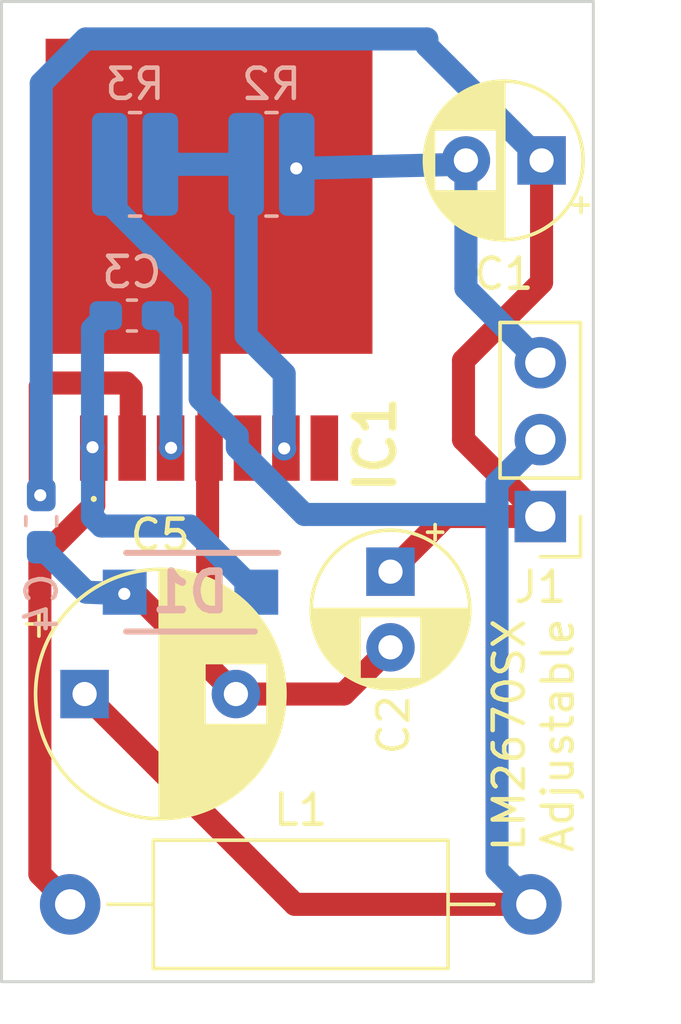
<source format=kicad_pcb>
(kicad_pcb (version 20240108) (generator "pcbnew") (generator_version "8.0")
  (layers (0 "F.Cu" signal) (31 "B.Cu" signal) (34 "B.Paste" user) (35 "F.Paste" user) (36 "B.SilkS" user "B.Silkscreen") (37 "F.SilkS" user "F.Silkscreen") (38 "B.Mask" user) (39 "F.Mask" user) (44 "Edge.Cuts" user))
  (net 0 "")
  (net 1 "+VDC")
  (net 2 "GND")
  (net 3 "Net-(IC1-CBOOST{slash}CB)")
  (net 4 "Net-(IC1-SWITCH_OUTPUT)")
  (net 5 "Net-(J1-Pin_2)")
  (net 7 "Net-(IC1-FEEDBACK{slash}FB)")
  (footprint "Connector_PinHeader_2.54mm:PinHeader_1x03_P2.54mm_Vertical" (layer "F.Cu") (at 153.109449 101.617 180)
    (property "Reference" "J1" (at 0 -2.33 180) (layer "F.SilkS"))
    (property "Value" "Conn_01x03")
    (fp_line (start 1.33 1.27) (end 1.33 6.41) (stroke (width 0.12)) (layer "F.SilkS"))
    (fp_line (start -1.33 6.41) (end 1.33 6.41) (stroke (width 0.12)) (layer "F.SilkS"))
    (fp_line (start -1.33 1.27) (end 1.33 1.27) (stroke (width 0.12)) (layer "F.SilkS"))
    (fp_line (start -1.33 1.27) (end -1.33 6.41) (stroke (width 0.12)) (layer "F.SilkS"))
    (fp_line (start -1.33 0) (end -1.33 -1.33) (stroke (width 0.12)) (layer "F.SilkS"))
    (fp_line (start -1.33 -1.33) (end 0 -1.33) (stroke (width 0.12)) (layer "F.SilkS"))
    (pad "1" thru_hole rect (at 0 0 180) (size 1.7 1.7) (drill 1) (layers "*.Cu" "*.Mask") (net 1 "+VDC"))
    (pad "2" thru_hole oval (at 0 2.54 180) (size 1.7 1.7) (drill 1) (layers "*.Cu" "*.Mask") (net 5 "Net-(J1-Pin_2)"))
    (pad "3" thru_hole oval (at 0 5.08 180) (size 1.7 1.7) (drill 1) (layers "*.Cu" "*.Mask") (net 2 "GND"))
  )
  (footprint "Inductor_THT:L_Axial_L9.5mm_D4.0mm_P15.24mm_Horizontal_Fastron_SMCC" (layer "F.Cu") (at 137.571683 114.432376)
    (property "Reference" "L1" (at 7.62 -3.12 0) (layer "F.SilkS"))
    (property "Value" "33mH")
    (fp_line (start 1.24 0) (end 2.75 0) (stroke (width 0.12)) (layer "F.SilkS"))
    (fp_line (start 2.75 -2.12) (end 2.75 2.12) (stroke (width 0.12)) (layer "F.SilkS"))
    (fp_line (start 2.75 2.12) (end 12.49 2.12) (stroke (width 0.12)) (layer "F.SilkS"))
    (fp_line (start 12.49 -2.12) (end 2.75 -2.12) (stroke (width 0.12)) (layer "F.SilkS"))
    (fp_line (start 12.49 2.12) (end 12.49 -2.12) (stroke (width 0.12)) (layer "F.SilkS"))
    (fp_line (start 14 0) (end 12.49 0) (stroke (width 0.12)) (layer "F.SilkS"))
    (pad "1" thru_hole circle (at 0 0) (size 2 2) (drill 1) (layers "*.Cu" "*.Mask") (net 4 "Net-(IC1-SWITCH_OUTPUT)"))
    (pad "2" thru_hole oval (at 15.24 0) (size 2 2) (drill 1) (layers "*.Cu" "*.Mask") (net 5 "Net-(J1-Pin_2)"))
  )
  (footprint "Capacitor_THT:CP_Radial_D8.0mm_P5.00mm" (layer "F.Cu") (at 138.049386 107.482969)
    (property "Reference" "C5" (at 2.5 -5.25 0) (layer "F.SilkS"))
    (property "Value" "120uF")
    (fp_line (start -1.909698 -2.315) (end -1.109698 -2.315) (stroke (width 0.12)) (layer "F.SilkS"))
    (fp_line (start -1.509698 -2.715) (end -1.509698 -1.915) (stroke (width 0.12)) (layer "F.SilkS"))
    (fp_line (start 2.5 -4.08) (end 2.5 4.08) (stroke (width 0.12)) (layer "F.SilkS"))
    (fp_line (start 2.54 -4.08) (end 2.54 4.08) (stroke (width 0.12)) (layer "F.SilkS"))
    (fp_line (start 2.58 -4.08) (end 2.58 4.08) (stroke (width 0.12)) (layer "F.SilkS"))
    (fp_line (start 2.62 -4.079) (end 2.62 4.079) (stroke (width 0.12)) (layer "F.SilkS"))
    (fp_line (start 2.66 -4.077) (end 2.66 4.077) (stroke (width 0.12)) (layer "F.SilkS"))
    (fp_line (start 2.7 -4.076) (end 2.7 4.076) (stroke (width 0.12)) (layer "F.SilkS"))
    (fp_line (start 2.74 -4.074) (end 2.74 4.074) (stroke (width 0.12)) (layer "F.SilkS"))
    (fp_line (start 2.78 -4.071) (end 2.78 4.071) (stroke (width 0.12)) (layer "F.SilkS"))
    (fp_line (start 2.82 -4.068) (end 2.82 4.068) (stroke (width 0.12)) (layer "F.SilkS"))
    (fp_line (start 2.86 -4.065) (end 2.86 4.065) (stroke (width 0.12)) (layer "F.SilkS"))
    (fp_line (start 2.9 -4.061) (end 2.9 4.061) (stroke (width 0.12)) (layer "F.SilkS"))
    (fp_line (start 2.94 -4.057) (end 2.94 4.057) (stroke (width 0.12)) (layer "F.SilkS"))
    (fp_line (start 2.98 -4.052) (end 2.98 4.052) (stroke (width 0.12)) (layer "F.SilkS"))
    (fp_line (start 3.02 -4.048) (end 3.02 4.048) (stroke (width 0.12)) (layer "F.SilkS"))
    (fp_line (start 3.06 -4.042) (end 3.06 4.042) (stroke (width 0.12)) (layer "F.SilkS"))
    (fp_line (start 3.1 -4.037) (end 3.1 4.037) (stroke (width 0.12)) (layer "F.SilkS"))
    (fp_line (start 3.14 -4.03) (end 3.14 4.03) (stroke (width 0.12)) (layer "F.SilkS"))
    (fp_line (start 3.18 -4.024) (end 3.18 4.024) (stroke (width 0.12)) (layer "F.SilkS"))
    (fp_line (start 3.221 -4.017) (end 3.221 4.017) (stroke (width 0.12)) (layer "F.SilkS"))
    (fp_line (start 3.261 -4.01) (end 3.261 4.01) (stroke (width 0.12)) (layer "F.SilkS"))
    (fp_line (start 3.301 -4.002) (end 3.301 4.002) (stroke (width 0.12)) (layer "F.SilkS"))
    (fp_line (start 3.341 -3.994) (end 3.341 3.994) (stroke (width 0.12)) (layer "F.SilkS"))
    (fp_line (start 3.381 -3.985) (end 3.381 3.985) (stroke (width 0.12)) (layer "F.SilkS"))
    (fp_line (start 3.421 -3.976) (end 3.421 3.976) (stroke (width 0.12)) (layer "F.SilkS"))
    (fp_line (start 3.461 -3.967) (end 3.461 3.967) (stroke (width 0.12)) (layer "F.SilkS"))
    (fp_line (start 3.501 -3.957) (end 3.501 3.957) (stroke (width 0.12)) (layer "F.SilkS"))
    (fp_line (start 3.541 -3.947) (end 3.541 3.947) (stroke (width 0.12)) (layer "F.SilkS"))
    (fp_line (start 3.581 -3.936) (end 3.581 3.936) (stroke (width 0.12)) (layer "F.SilkS"))
    (fp_line (start 3.621 -3.925) (end 3.621 3.925) (stroke (width 0.12)) (layer "F.SilkS"))
    (fp_line (start 3.661 -3.914) (end 3.661 3.914) (stroke (width 0.12)) (layer "F.SilkS"))
    (fp_line (start 3.701 -3.902) (end 3.701 3.902) (stroke (width 0.12)) (layer "F.SilkS"))
    (fp_line (start 3.741 -3.889) (end 3.741 3.889) (stroke (width 0.12)) (layer "F.SilkS"))
    (fp_line (start 3.781 -3.877) (end 3.781 3.877) (stroke (width 0.12)) (layer "F.SilkS"))
    (fp_line (start 3.821 -3.863) (end 3.821 3.863) (stroke (width 0.12)) (layer "F.SilkS"))
    (fp_line (start 3.861 -3.85) (end 3.861 3.85) (stroke (width 0.12)) (layer "F.SilkS"))
    (fp_line (start 3.901 -3.835) (end 3.901 3.835) (stroke (width 0.12)) (layer "F.SilkS"))
    (fp_line (start 3.941 -3.821) (end 3.941 3.821) (stroke (width 0.12)) (layer "F.SilkS"))
    (fp_line (start 3.981 -3.805) (end 3.981 -1.04) (stroke (width 0.12)) (layer "F.SilkS"))
    (fp_line (start 3.981 1.04) (end 3.981 3.805) (stroke (width 0.12)) (layer "F.SilkS"))
    (fp_line (start 4.021 -3.79) (end 4.021 -1.04) (stroke (width 0.12)) (layer "F.SilkS"))
    (fp_line (start 4.021 1.04) (end 4.021 3.79) (stroke (width 0.12)) (layer "F.SilkS"))
    (fp_line (start 4.061 -3.774) (end 4.061 -1.04) (stroke (width 0.12)) (layer "F.SilkS"))
    (fp_line (start 4.061 1.04) (end 4.061 3.774) (stroke (width 0.12)) (layer "F.SilkS"))
    (fp_line (start 4.101 -3.757) (end 4.101 -1.04) (stroke (width 0.12)) (layer "F.SilkS"))
    (fp_line (start 4.101 1.04) (end 4.101 3.757) (stroke (width 0.12)) (layer "F.SilkS"))
    (fp_line (start 4.141 -3.74) (end 4.141 -1.04) (stroke (width 0.12)) (layer "F.SilkS"))
    (fp_line (start 4.141 1.04) (end 4.141 3.74) (stroke (width 0.12)) (layer "F.SilkS"))
    (fp_line (start 4.181 -3.722) (end 4.181 -1.04) (stroke (width 0.12)) (layer "F.SilkS"))
    (fp_line (start 4.181 1.04) (end 4.181 3.722) (stroke (width 0.12)) (layer "F.SilkS"))
    (fp_line (start 4.221 -3.704) (end 4.221 -1.04) (stroke (width 0.12)) (layer "F.SilkS"))
    (fp_line (start 4.221 1.04) (end 4.221 3.704) (stroke (width 0.12)) (layer "F.SilkS"))
    (fp_line (start 4.261 -3.686) (end 4.261 -1.04) (stroke (width 0.12)) (layer "F.SilkS"))
    (fp_line (start 4.261 1.04) (end 4.261 3.686) (stroke (width 0.12)) (layer "F.SilkS"))
    (fp_line (start 4.301 -3.666) (end 4.301 -1.04) (stroke (width 0.12)) (layer "F.SilkS"))
    (fp_line (start 4.301 1.04) (end 4.301 3.666) (stroke (width 0.12)) (layer "F.SilkS"))
    (fp_line (start 4.341 -3.647) (end 4.341 -1.04) (stroke (width 0.12)) (layer "F.SilkS"))
    (fp_line (start 4.341 1.04) (end 4.341 3.647) (stroke (width 0.12)) (layer "F.SilkS"))
    (fp_line (start 4.381 -3.627) (end 4.381 -1.04) (stroke (width 0.12)) (layer "F.SilkS"))
    (fp_line (start 4.381 1.04) (end 4.381 3.627) (stroke (width 0.12)) (layer "F.SilkS"))
    (fp_line (start 4.421 -3.606) (end 4.421 -1.04) (stroke (width 0.12)) (layer "F.SilkS"))
    (fp_line (start 4.421 1.04) (end 4.421 3.606) (stroke (width 0.12)) (layer "F.SilkS"))
    (fp_line (start 4.461 -3.584) (end 4.461 -1.04) (stroke (width 0.12)) (layer "F.SilkS"))
    (fp_line (start 4.461 1.04) (end 4.461 3.584) (stroke (width 0.12)) (layer "F.SilkS"))
    (fp_line (start 4.501 -3.562) (end 4.501 -1.04) (stroke (width 0.12)) (layer "F.SilkS"))
    (fp_line (start 4.501 1.04) (end 4.501 3.562) (stroke (width 0.12)) (layer "F.SilkS"))
    (fp_line (start 4.541 -3.54) (end 4.541 -1.04) (stroke (width 0.12)) (layer "F.SilkS"))
    (fp_line (start 4.541 1.04) (end 4.541 3.54) (stroke (width 0.12)) (layer "F.SilkS"))
    (fp_line (start 4.581 -3.517) (end 4.581 -1.04) (stroke (width 0.12)) (layer "F.SilkS"))
    (fp_line (start 4.581 1.04) (end 4.581 3.517) (stroke (width 0.12)) (layer "F.SilkS"))
    (fp_line (start 4.621 -3.493) (end 4.621 -1.04) (stroke (width 0.12)) (layer "F.SilkS"))
    (fp_line (start 4.621 1.04) (end 4.621 3.493) (stroke (width 0.12)) (layer "F.SilkS"))
    (fp_line (start 4.661 -3.469) (end 4.661 -1.04) (stroke (width 0.12)) (layer "F.SilkS"))
    (fp_line (start 4.661 1.04) (end 4.661 3.469) (stroke (width 0.12)) (layer "F.SilkS"))
    (fp_line (start 4.701 -3.444) (end 4.701 -1.04) (stroke (width 0.12)) (layer "F.SilkS"))
    (fp_line (start 4.701 1.04) (end 4.701 3.444) (stroke (width 0.12)) (layer "F.SilkS"))
    (fp_line (start 4.741 -3.418) (end 4.741 -1.04) (stroke (width 0.12)) (layer "F.SilkS"))
    (fp_line (start 4.741 1.04) (end 4.741 3.418) (stroke (width 0.12)) (layer "F.SilkS"))
    (fp_line (start 4.781 -3.392) (end 4.781 -1.04) (stroke (width 0.12)) (layer "F.SilkS"))
    (fp_line (start 4.781 1.04) (end 4.781 3.392) (stroke (width 0.12)) (layer "F.SilkS"))
    (fp_line (start 4.821 -3.365) (end 4.821 -1.04) (stroke (width 0.12)) (layer "F.SilkS"))
    (fp_line (start 4.821 1.04) (end 4.821 3.365) (stroke (width 0.12)) (layer "F.SilkS"))
    (fp_line (start 4.861 -3.338) (end 4.861 -1.04) (stroke (width 0.12)) (layer "F.SilkS"))
    (fp_line (start 4.861 1.04) (end 4.861 3.338) (stroke (width 0.12)) (layer "F.SilkS"))
    (fp_line (start 4.901 -3.309) (end 4.901 -1.04) (stroke (width 0.12)) (layer "F.SilkS"))
    (fp_line (start 4.901 1.04) (end 4.901 3.309) (stroke (width 0.12)) (layer "F.SilkS"))
    (fp_line (start 4.941 -3.28) (end 4.941 -1.04) (stroke (width 0.12)) (layer "F.SilkS"))
    (fp_line (start 4.941 1.04) (end 4.941 3.28) (stroke (width 0.12)) (layer "F.SilkS"))
    (fp_line (start 4.981 -3.25) (end 4.981 -1.04) (stroke (width 0.12)) (layer "F.SilkS"))
    (fp_line (start 4.981 1.04) (end 4.981 3.25) (stroke (width 0.12)) (layer "F.SilkS"))
    (fp_line (start 5.021 -3.22) (end 5.021 -1.04) (stroke (width 0.12)) (layer "F.SilkS"))
    (fp_line (start 5.021 1.04) (end 5.021 3.22) (stroke (width 0.12)) (layer "F.SilkS"))
    (fp_line (start 5.061 -3.189) (end 5.061 -1.04) (stroke (width 0.12)) (layer "F.SilkS"))
    (fp_line (start 5.061 1.04) (end 5.061 3.189) (stroke (width 0.12)) (layer "F.SilkS"))
    (fp_line (start 5.101 -3.156) (end 5.101 -1.04) (stroke (width 0.12)) (layer "F.SilkS"))
    (fp_line (start 5.101 1.04) (end 5.101 3.156) (stroke (width 0.12)) (layer "F.SilkS"))
    (fp_line (start 5.141 -3.124) (end 5.141 -1.04) (stroke (width 0.12)) (layer "F.SilkS"))
    (fp_line (start 5.141 1.04) (end 5.141 3.124) (stroke (width 0.12)) (layer "F.SilkS"))
    (fp_line (start 5.181 -3.09) (end 5.181 -1.04) (stroke (width 0.12)) (layer "F.SilkS"))
    (fp_line (start 5.181 1.04) (end 5.181 3.09) (stroke (width 0.12)) (layer "F.SilkS"))
    (fp_line (start 5.221 -3.055) (end 5.221 -1.04) (stroke (width 0.12)) (layer "F.SilkS"))
    (fp_line (start 5.221 1.04) (end 5.221 3.055) (stroke (width 0.12)) (layer "F.SilkS"))
    (fp_line (start 5.261 -3.019) (end 5.261 -1.04) (stroke (width 0.12)) (layer "F.SilkS"))
    (fp_line (start 5.261 1.04) (end 5.261 3.019) (stroke (width 0.12)) (layer "F.SilkS"))
    (fp_line (start 5.301 -2.983) (end 5.301 -1.04) (stroke (width 0.12)) (layer "F.SilkS"))
    (fp_line (start 5.301 1.04) (end 5.301 2.983) (stroke (width 0.12)) (layer "F.SilkS"))
    (fp_line (start 5.341 -2.945) (end 5.341 -1.04) (stroke (width 0.12)) (layer "F.SilkS"))
    (fp_line (start 5.341 1.04) (end 5.341 2.945) (stroke (width 0.12)) (layer "F.SilkS"))
    (fp_line (start 5.381 -2.907) (end 5.381 -1.04) (stroke (width 0.12)) (layer "F.SilkS"))
    (fp_line (start 5.381 1.04) (end 5.381 2.907) (stroke (width 0.12)) (layer "F.SilkS"))
    (fp_line (start 5.421 -2.867) (end 5.421 -1.04) (stroke (width 0.12)) (layer "F.SilkS"))
    (fp_line (start 5.421 1.04) (end 5.421 2.867) (stroke (width 0.12)) (layer "F.SilkS"))
    (fp_line (start 5.461 -2.826) (end 5.461 -1.04) (stroke (width 0.12)) (layer "F.SilkS"))
    (fp_line (start 5.461 1.04) (end 5.461 2.826) (stroke (width 0.12)) (layer "F.SilkS"))
    (fp_line (start 5.501 -2.784) (end 5.501 -1.04) (stroke (width 0.12)) (layer "F.SilkS"))
    (fp_line (start 5.501 1.04) (end 5.501 2.784) (stroke (width 0.12)) (layer "F.SilkS"))
    (fp_line (start 5.541 -2.741) (end 5.541 -1.04) (stroke (width 0.12)) (layer "F.SilkS"))
    (fp_line (start 5.541 1.04) (end 5.541 2.741) (stroke (width 0.12)) (layer "F.SilkS"))
    (fp_line (start 5.581 -2.697) (end 5.581 -1.04) (stroke (width 0.12)) (layer "F.SilkS"))
    (fp_line (start 5.581 1.04) (end 5.581 2.697) (stroke (width 0.12)) (layer "F.SilkS"))
    (fp_line (start 5.621 -2.651) (end 5.621 -1.04) (stroke (width 0.12)) (layer "F.SilkS"))
    (fp_line (start 5.621 1.04) (end 5.621 2.651) (stroke (width 0.12)) (layer "F.SilkS"))
    (fp_line (start 5.661 -2.604) (end 5.661 -1.04) (stroke (width 0.12)) (layer "F.SilkS"))
    (fp_line (start 5.661 1.04) (end 5.661 2.604) (stroke (width 0.12)) (layer "F.SilkS"))
    (fp_line (start 5.701 -2.556) (end 5.701 -1.04) (stroke (width 0.12)) (layer "F.SilkS"))
    (fp_line (start 5.701 1.04) (end 5.701 2.556) (stroke (width 0.12)) (layer "F.SilkS"))
    (fp_line (start 5.741 -2.505) (end 5.741 -1.04) (stroke (width 0.12)) (layer "F.SilkS"))
    (fp_line (start 5.741 1.04) (end 5.741 2.505) (stroke (width 0.12)) (layer "F.SilkS"))
    (fp_line (start 5.781 -2.454) (end 5.781 -1.04) (stroke (width 0.12)) (layer "F.SilkS"))
    (fp_line (start 5.781 1.04) (end 5.781 2.454) (stroke (width 0.12)) (layer "F.SilkS"))
    (fp_line (start 5.821 -2.4) (end 5.821 -1.04) (stroke (width 0.12)) (layer "F.SilkS"))
    (fp_line (start 5.821 1.04) (end 5.821 2.4) (stroke (width 0.12)) (layer "F.SilkS"))
    (fp_line (start 5.861 -2.345) (end 5.861 -1.04) (stroke (width 0.12)) (layer "F.SilkS"))
    (fp_line (start 5.861 1.04) (end 5.861 2.345) (stroke (width 0.12)) (layer "F.SilkS"))
    (fp_line (start 5.901 -2.287) (end 5.901 -1.04) (stroke (width 0.12)) (layer "F.SilkS"))
    (fp_line (start 5.901 1.04) (end 5.901 2.287) (stroke (width 0.12)) (layer "F.SilkS"))
    (fp_line (start 5.941 -2.228) (end 5.941 -1.04) (stroke (width 0.12)) (layer "F.SilkS"))
    (fp_line (start 5.941 1.04) (end 5.941 2.228) (stroke (width 0.12)) (layer "F.SilkS"))
    (fp_line (start 5.981 -2.166) (end 5.981 -1.04) (stroke (width 0.12)) (layer "F.SilkS"))
    (fp_line (start 5.981 1.04) (end 5.981 2.166) (stroke (width 0.12)) (layer "F.SilkS"))
    (fp_line (start 6.021 -2.102) (end 6.021 -1.04) (stroke (width 0.12)) (layer "F.SilkS"))
    (fp_line (start 6.021 1.04) (end 6.021 2.102) (stroke (width 0.12)) (layer "F.SilkS"))
    (fp_line (start 6.061 -2.034) (end 6.061 2.034) (stroke (width 0.12)) (layer "F.SilkS"))
    (fp_line (start 6.101 -1.964) (end 6.101 1.964) (stroke (width 0.12)) (layer "F.SilkS"))
    (fp_line (start 6.141 -1.89) (end 6.141 1.89) (stroke (width 0.12)) (layer "F.SilkS"))
    (fp_line (start 6.181 -1.813) (end 6.181 1.813) (stroke (width 0.12)) (layer "F.SilkS"))
    (fp_line (start 6.221 -1.731) (end 6.221 1.731) (stroke (width 0.12)) (layer "F.SilkS"))
    (fp_line (start 6.261 -1.645) (end 6.261 1.645) (stroke (width 0.12)) (layer "F.SilkS"))
    (fp_line (start 6.301 -1.552) (end 6.301 1.552) (stroke (width 0.12)) (layer "F.SilkS"))
    (fp_line (start 6.341 -1.453) (end 6.341 1.453) (stroke (width 0.12)) (layer "F.SilkS"))
    (fp_line (start 6.381 -1.346) (end 6.381 1.346) (stroke (width 0.12)) (layer "F.SilkS"))
    (fp_line (start 6.421 -1.229) (end 6.421 1.229) (stroke (width 0.12)) (layer "F.SilkS"))
    (fp_line (start 6.461 -1.098) (end 6.461 1.098) (stroke (width 0.12)) (layer "F.SilkS"))
    (fp_line (start 6.501 -0.948) (end 6.501 0.948) (stroke (width 0.12)) (layer "F.SilkS"))
    (fp_line (start 6.541 -0.768) (end 6.541 0.768) (stroke (width 0.12)) (layer "F.SilkS"))
    (fp_line (start 6.581 -0.533) (end 6.581 0.533) (stroke (width 0.12)) (layer "F.SilkS"))
    (fp_circle (center 2.5 0) (end 6.62 0) (stroke (width 0.12)) (fill none) (layer "F.SilkS"))
    (pad "1" thru_hole rect (at 0 0) (size 1.6 1.6) (drill 0.8) (layers "*.Cu" "*.Mask") (net 5 "Net-(J1-Pin_2)"))
    (pad "2" thru_hole circle (at 5 0) (size 1.6 1.6) (drill 0.8) (layers "*.Cu" "*.Mask") (net 2 "GND"))
  )
  (footprint "Capacitor_THT:CP_Radial_D5.0mm_P2.50mm" (layer "F.Cu") (at 148.158263 103.439855 -90)
    (property "Reference" "C2" (at 5.063043 -0.099899 90) (layer "F.SilkS"))
    (property "Value" "15uF")
    (fp_line (start 1.49 1.04) (end 1.49 2.569) (stroke (width 0.12)) (layer "F.SilkS"))
    (fp_line (start 1.53 1.04) (end 1.53 2.565) (stroke (width 0.12)) (layer "F.SilkS"))
    (fp_line (start 1.57 1.04) (end 1.57 2.561) (stroke (width 0.12)) (layer "F.SilkS"))
    (fp_line (start 1.61 1.04) (end 1.61 2.556) (stroke (width 0.12)) (layer "F.SilkS"))
    (fp_line (start 1.65 1.04) (end 1.65 2.55) (stroke (width 0.12)) (layer "F.SilkS"))
    (fp_line (start 1.69 1.04) (end 1.69 2.543) (stroke (width 0.12)) (layer "F.SilkS"))
    (fp_line (start 1.73 1.04) (end 1.73 2.536) (stroke (width 0.12)) (layer "F.SilkS"))
    (fp_line (start 1.77 1.04) (end 1.77 2.528) (stroke (width 0.12)) (layer "F.SilkS"))
    (fp_line (start 1.81 1.04) (end 1.81 2.52) (stroke (width 0.12)) (layer "F.SilkS"))
    (fp_line (start 1.85 1.04) (end 1.85 2.511) (stroke (width 0.12)) (layer "F.SilkS"))
    (fp_line (start 1.89 1.04) (end 1.89 2.501) (stroke (width 0.12)) (layer "F.SilkS"))
    (fp_line (start 1.93 1.04) (end 1.93 2.491) (stroke (width 0.12)) (layer "F.SilkS"))
    (fp_line (start 1.971 1.04) (end 1.971 2.48) (stroke (width 0.12)) (layer "F.SilkS"))
    (fp_line (start 2.011 1.04) (end 2.011 2.468) (stroke (width 0.12)) (layer "F.SilkS"))
    (fp_line (start 2.051 1.04) (end 2.051 2.455) (stroke (width 0.12)) (layer "F.SilkS"))
    (fp_line (start 2.091 1.04) (end 2.091 2.442) (stroke (width 0.12)) (layer "F.SilkS"))
    (fp_line (start 2.131 1.04) (end 2.131 2.428) (stroke (width 0.12)) (layer "F.SilkS"))
    (fp_line (start 2.171 1.04) (end 2.171 2.414) (stroke (width 0.12)) (layer "F.SilkS"))
    (fp_line (start 2.211 1.04) (end 2.211 2.398) (stroke (width 0.12)) (layer "F.SilkS"))
    (fp_line (start 2.251 1.04) (end 2.251 2.382) (stroke (width 0.12)) (layer "F.SilkS"))
    (fp_line (start 2.291 1.04) (end 2.291 2.365) (stroke (width 0.12)) (layer "F.SilkS"))
    (fp_line (start 2.331 1.04) (end 2.331 2.348) (stroke (width 0.12)) (layer "F.SilkS"))
    (fp_line (start 2.371 1.04) (end 2.371 2.329) (stroke (width 0.12)) (layer "F.SilkS"))
    (fp_line (start 2.411 1.04) (end 2.411 2.31) (stroke (width 0.12)) (layer "F.SilkS"))
    (fp_line (start 2.451 1.04) (end 2.451 2.29) (stroke (width 0.12)) (layer "F.SilkS"))
    (fp_line (start 2.491 1.04) (end 2.491 2.268) (stroke (width 0.12)) (layer "F.SilkS"))
    (fp_line (start 2.531 1.04) (end 2.531 2.247) (stroke (width 0.12)) (layer "F.SilkS"))
    (fp_line (start 2.571 1.04) (end 2.571 2.224) (stroke (width 0.12)) (layer "F.SilkS"))
    (fp_line (start 2.611 1.04) (end 2.611 2.2) (stroke (width 0.12)) (layer "F.SilkS"))
    (fp_line (start 2.651 1.04) (end 2.651 2.175) (stroke (width 0.12)) (layer "F.SilkS"))
    (fp_line (start 2.691 1.04) (end 2.691 2.149) (stroke (width 0.12)) (layer "F.SilkS"))
    (fp_line (start 2.731 1.04) (end 2.731 2.122) (stroke (width 0.12)) (layer "F.SilkS"))
    (fp_line (start 2.771 1.04) (end 2.771 2.095) (stroke (width 0.12)) (layer "F.SilkS"))
    (fp_line (start 2.811 1.04) (end 2.811 2.065) (stroke (width 0.12)) (layer "F.SilkS"))
    (fp_line (start 2.851 1.04) (end 2.851 2.035) (stroke (width 0.12)) (layer "F.SilkS"))
    (fp_line (start 2.891 1.04) (end 2.891 2.004) (stroke (width 0.12)) (layer "F.SilkS"))
    (fp_line (start 2.931 1.04) (end 2.931 1.971) (stroke (width 0.12)) (layer "F.SilkS"))
    (fp_line (start 2.971 1.04) (end 2.971 1.937) (stroke (width 0.12)) (layer "F.SilkS"))
    (fp_line (start 3.011 1.04) (end 3.011 1.901) (stroke (width 0.12)) (layer "F.SilkS"))
    (fp_line (start 3.051 1.04) (end 3.051 1.864) (stroke (width 0.12)) (layer "F.SilkS"))
    (fp_line (start 3.091 1.04) (end 3.091 1.826) (stroke (width 0.12)) (layer "F.SilkS"))
    (fp_line (start 3.131 1.04) (end 3.131 1.785) (stroke (width 0.12)) (layer "F.SilkS"))
    (fp_line (start 3.171 1.04) (end 3.171 1.743) (stroke (width 0.12)) (layer "F.SilkS"))
    (fp_line (start 3.211 1.04) (end 3.211 1.699) (stroke (width 0.12)) (layer "F.SilkS"))
    (fp_line (start 3.251 1.04) (end 3.251 1.653) (stroke (width 0.12)) (layer "F.SilkS"))
    (fp_line (start 3.291 1.04) (end 3.291 1.605) (stroke (width 0.12)) (layer "F.SilkS"))
    (fp_line (start 3.331 1.04) (end 3.331 1.554) (stroke (width 0.12)) (layer "F.SilkS"))
    (fp_line (start 3.371 1.04) (end 3.371 1.5) (stroke (width 0.12)) (layer "F.SilkS"))
    (fp_line (start 3.411 1.04) (end 3.411 1.443) (stroke (width 0.12)) (layer "F.SilkS"))
    (fp_line (start 3.451 1.04) (end 3.451 1.383) (stroke (width 0.12)) (layer "F.SilkS"))
    (fp_line (start 3.491 1.04) (end 3.491 1.319) (stroke (width 0.12)) (layer "F.SilkS"))
    (fp_line (start 3.531 1.04) (end 3.531 1.251) (stroke (width 0.12)) (layer "F.SilkS"))
    (fp_line (start 3.851 -0.284) (end 3.851 0.284) (stroke (width 0.12)) (layer "F.SilkS"))
    (fp_line (start 3.811 -0.518) (end 3.811 0.518) (stroke (width 0.12)) (layer "F.SilkS"))
    (fp_line (start 3.771 -0.677) (end 3.771 0.677) (stroke (width 0.12)) (layer "F.SilkS"))
    (fp_line (start 3.731 -0.805) (end 3.731 0.805) (stroke (width 0.12)) (layer "F.SilkS"))
    (fp_line (start 3.691 -0.915) (end 3.691 0.915) (stroke (width 0.12)) (layer "F.SilkS"))
    (fp_line (start 3.651 -1.011) (end 3.651 1.011) (stroke (width 0.12)) (layer "F.SilkS"))
    (fp_line (start 3.611 -1.098) (end 3.611 1.098) (stroke (width 0.12)) (layer "F.SilkS"))
    (fp_line (start 3.571 -1.178) (end 3.571 1.178) (stroke (width 0.12)) (layer "F.SilkS"))
    (fp_line (start 3.531 -1.251) (end 3.531 -1.04) (stroke (width 0.12)) (layer "F.SilkS"))
    (fp_line (start 3.491 -1.319) (end 3.491 -1.04) (stroke (width 0.12)) (layer "F.SilkS"))
    (fp_line (start 3.451 -1.383) (end 3.451 -1.04) (stroke (width 0.12)) (layer "F.SilkS"))
    (fp_line (start 3.411 -1.443) (end 3.411 -1.04) (stroke (width 0.12)) (layer "F.SilkS"))
    (fp_line (start -1.554775 -1.475) (end -1.054775 -1.475) (stroke (width 0.12)) (layer "F.SilkS"))
    (fp_line (start 3.371 -1.5) (end 3.371 -1.04) (stroke (width 0.12)) (layer "F.SilkS"))
    (fp_line (start 3.331 -1.554) (end 3.331 -1.04) (stroke (width 0.12)) (layer "F.SilkS"))
    (fp_line (start 3.291 -1.605) (end 3.291 -1.04) (stroke (width 0.12)) (layer "F.SilkS"))
    (fp_line (start 3.251 -1.653) (end 3.251 -1.04) (stroke (width 0.12)) (layer "F.SilkS"))
    (fp_line (start 3.211 -1.699) (end 3.211 -1.04) (stroke (width 0.12)) (layer "F.SilkS"))
    (fp_line (start -1.304775 -1.725) (end -1.304775 -1.225) (stroke (width 0.12)) (layer "F.SilkS"))
    (fp_line (start 3.171 -1.743) (end 3.171 -1.04) (stroke (width 0.12)) (layer "F.SilkS"))
    (fp_line (start 3.131 -1.785) (end 3.131 -1.04) (stroke (width 0.12)) (layer "F.SilkS"))
    (fp_line (start 3.091 -1.826) (end 3.091 -1.04) (stroke (width 0.12)) (layer "F.SilkS"))
    (fp_line (start 3.051 -1.864) (end 3.051 -1.04) (stroke (width 0.12)) (layer "F.SilkS"))
    (fp_line (start 3.011 -1.901) (end 3.011 -1.04) (stroke (width 0.12)) (layer "F.SilkS"))
    (fp_line (start 2.971 -1.937) (end 2.971 -1.04) (stroke (width 0.12)) (layer "F.SilkS"))
    (fp_line (start 2.931 -1.971) (end 2.931 -1.04) (stroke (width 0.12)) (layer "F.SilkS"))
    (fp_line (start 2.891 -2.004) (end 2.891 -1.04) (stroke (width 0.12)) (layer "F.SilkS"))
    (fp_line (start 2.851 -2.035) (end 2.851 -1.04) (stroke (width 0.12)) (layer "F.SilkS"))
    (fp_line (start 2.811 -2.065) (end 2.811 -1.04) (stroke (width 0.12)) (layer "F.SilkS"))
    (fp_line (start 2.771 -2.095) (end 2.771 -1.04) (stroke (width 0.12)) (layer "F.SilkS"))
    (fp_line (start 2.731 -2.122) (end 2.731 -1.04) (stroke (width 0.12)) (layer "F.SilkS"))
    (fp_line (start 2.691 -2.149) (end 2.691 -1.04) (stroke (width 0.12)) (layer "F.SilkS"))
    (fp_line (start 2.651 -2.175) (end 2.651 -1.04) (stroke (width 0.12)) (layer "F.SilkS"))
    (fp_line (start 2.611 -2.2) (end 2.611 -1.04) (stroke (width 0.12)) (layer "F.SilkS"))
    (fp_line (start 2.571 -2.224) (end 2.571 -1.04) (stroke (width 0.12)) (layer "F.SilkS"))
    (fp_line (start 2.531 -2.247) (end 2.531 -1.04) (stroke (width 0.12)) (layer "F.SilkS"))
    (fp_line (start 2.491 -2.268) (end 2.491 -1.04) (stroke (width 0.12)) (layer "F.SilkS"))
    (fp_line (start 2.451 -2.29) (end 2.451 -1.04) (stroke (width 0.12)) (layer "F.SilkS"))
    (fp_line (start 2.411 -2.31) (end 2.411 -1.04) (stroke (width 0.12)) (layer "F.SilkS"))
    (fp_line (start 2.371 -2.329) (end 2.371 -1.04) (stroke (width 0.12)) (layer "F.SilkS"))
    (fp_line (start 2.331 -2.348) (end 2.331 -1.04) (stroke (width 0.12)) (layer "F.SilkS"))
    (fp_line (start 2.291 -2.365) (end 2.291 -1.04) (stroke (width 0.12)) (layer "F.SilkS"))
    (fp_line (start 2.251 -2.382) (end 2.251 -1.04) (stroke (width 0.12)) (layer "F.SilkS"))
    (fp_line (start 2.211 -2.398) (end 2.211 -1.04) (stroke (width 0.12)) (layer "F.SilkS"))
    (fp_line (start 2.171 -2.414) (end 2.171 -1.04) (stroke (width 0.12)) (layer "F.SilkS"))
    (fp_line (start 2.131 -2.428) (end 2.131 -1.04) (stroke (width 0.12)) (layer "F.SilkS"))
    (fp_line (start 2.091 -2.442) (end 2.091 -1.04) (stroke (width 0.12)) (layer "F.SilkS"))
    (fp_line (start 2.051 -2.455) (end 2.051 -1.04) (stroke (width 0.12)) (layer "F.SilkS"))
    (fp_line (start 2.011 -2.468) (end 2.011 -1.04) (stroke (width 0.12)) (layer "F.SilkS"))
    (fp_line (start 1.971 -2.48) (end 1.971 -1.04) (stroke (width 0.12)) (layer "F.SilkS"))
    (fp_line (start 1.93 -2.491) (end 1.93 -1.04) (stroke (width 0.12)) (layer "F.SilkS"))
    (fp_line (start 1.89 -2.501) (end 1.89 -1.04) (stroke (width 0.12)) (layer "F.SilkS"))
    (fp_line (start 1.85 -2.511) (end 1.85 -1.04) (stroke (width 0.12)) (layer "F.SilkS"))
    (fp_line (start 1.81 -2.52) (end 1.81 -1.04) (stroke (width 0.12)) (layer "F.SilkS"))
    (fp_line (start 1.77 -2.528) (end 1.77 -1.04) (stroke (width 0.12)) (layer "F.SilkS"))
    (fp_line (start 1.73 -2.536) (end 1.73 -1.04) (stroke (width 0.12)) (layer "F.SilkS"))
    (fp_line (start 1.69 -2.543) (end 1.69 -1.04) (stroke (width 0.12)) (layer "F.SilkS"))
    (fp_line (start 1.65 -2.55) (end 1.65 -1.04) (stroke (width 0.12)) (layer "F.SilkS"))
    (fp_line (start 1.61 -2.556) (end 1.61 -1.04) (stroke (width 0.12)) (layer "F.SilkS"))
    (fp_line (start 1.57 -2.561) (end 1.57 -1.04) (stroke (width 0.12)) (layer "F.SilkS"))
    (fp_line (start 1.53 -2.565) (end 1.53 -1.04) (stroke (width 0.12)) (layer "F.SilkS"))
    (fp_line (start 1.49 -2.569) (end 1.49 -1.04) (stroke (width 0.12)) (layer "F.SilkS"))
    (fp_line (start 1.45 -2.573) (end 1.45 2.573) (stroke (width 0.12)) (layer "F.SilkS"))
    (fp_line (start 1.41 -2.576) (end 1.41 2.576) (stroke (width 0.12)) (layer "F.SilkS"))
    (fp_line (start 1.37 -2.578) (end 1.37 2.578) (stroke (width 0.12)) (layer "F.SilkS"))
    (fp_line (start 1.33 -2.579) (end 1.33 2.579) (stroke (width 0.12)) (layer "F.SilkS"))
    (fp_line (start 1.25 -2.58) (end 1.25 2.58) (stroke (width 0.12)) (layer "F.SilkS"))
    (fp_line (start 1.29 -2.58) (end 1.29 2.58) (stroke (width 0.12)) (layer "F.SilkS"))
    (fp_circle (center 1.25 0) (end 3.87 0) (stroke (width 0.12)) (fill none) (layer "F.SilkS"))
    (pad "1" thru_hole rect (at 0 0 270) (size 1.6 1.6) (drill 0.8) (layers "*.Cu" "*.Mask") (net 1 "+VDC"))
    (pad "2" thru_hole circle (at 2.5 0 270) (size 1.6 1.6) (drill 0.8) (layers "*.Cu" "*.Mask") (net 2 "GND"))
  )
  (footprint "Capacitor_THT:CP_Radial_D5.0mm_P2.50mm" (layer "F.Cu") (at 153.150694 89.852484 180)
    (property "Reference" "C1" (at 1.25 -3.75 0) (layer "F.SilkS"))
    (property "Value" "15uF")
    (fp_line (start 3.851 -0.284) (end 3.851 0.284) (stroke (width 0.12)) (layer "F.SilkS"))
    (fp_line (start 3.811 -0.518) (end 3.811 0.518) (stroke (width 0.12)) (layer "F.SilkS"))
    (fp_line (start 3.771 -0.677) (end 3.771 0.677) (stroke (width 0.12)) (layer "F.SilkS"))
    (fp_line (start 3.731 -0.805) (end 3.731 0.805) (stroke (width 0.12)) (layer "F.SilkS"))
    (fp_line (start 3.691 -0.915) (end 3.691 0.915) (stroke (width 0.12)) (layer "F.SilkS"))
    (fp_line (start 3.651 -1.011) (end 3.651 1.011) (stroke (width 0.12)) (layer "F.SilkS"))
    (fp_line (start 3.611 -1.098) (end 3.611 1.098) (stroke (width 0.12)) (layer "F.SilkS"))
    (fp_line (start 3.571 -1.178) (end 3.571 1.178) (stroke (width 0.12)) (layer "F.SilkS"))
    (fp_line (start 3.531 1.04) (end 3.531 1.251) (stroke (width 0.12)) (layer "F.SilkS"))
    (fp_line (start 3.531 -1.251) (end 3.531 -1.04) (stroke (width 0.12)) (layer "F.SilkS"))
    (fp_line (start 3.491 1.04) (end 3.491 1.319) (stroke (width 0.12)) (layer "F.SilkS"))
    (fp_line (start 3.491 -1.319) (end 3.491 -1.04) (stroke (width 0.12)) (layer "F.SilkS"))
    (fp_line (start 3.451 1.04) (end 3.451 1.383) (stroke (width 0.12)) (layer "F.SilkS"))
    (fp_line (start 3.451 -1.383) (end 3.451 -1.04) (stroke (width 0.12)) (layer "F.SilkS"))
    (fp_line (start 3.411 1.04) (end 3.411 1.443) (stroke (width 0.12)) (layer "F.SilkS"))
    (fp_line (start 3.411 -1.443) (end 3.411 -1.04) (stroke (width 0.12)) (layer "F.SilkS"))
    (fp_line (start 3.371 1.04) (end 3.371 1.5) (stroke (width 0.12)) (layer "F.SilkS"))
    (fp_line (start 3.371 -1.5) (end 3.371 -1.04) (stroke (width 0.12)) (layer "F.SilkS"))
    (fp_line (start 3.331 1.04) (end 3.331 1.554) (stroke (width 0.12)) (layer "F.SilkS"))
    (fp_line (start 3.331 -1.554) (end 3.331 -1.04) (stroke (width 0.12)) (layer "F.SilkS"))
    (fp_line (start 3.291 1.04) (end 3.291 1.605) (stroke (width 0.12)) (layer "F.SilkS"))
    (fp_line (start 3.291 -1.605) (end 3.291 -1.04) (stroke (width 0.12)) (layer "F.SilkS"))
    (fp_line (start 3.251 1.04) (end 3.251 1.653) (stroke (width 0.12)) (layer "F.SilkS"))
    (fp_line (start 3.251 -1.653) (end 3.251 -1.04) (stroke (width 0.12)) (layer "F.SilkS"))
    (fp_line (start 3.211 1.04) (end 3.211 1.699) (stroke (width 0.12)) (layer "F.SilkS"))
    (fp_line (start 3.211 -1.699) (end 3.211 -1.04) (stroke (width 0.12)) (layer "F.SilkS"))
    (fp_line (start 3.171 1.04) (end 3.171 1.743) (stroke (width 0.12)) (layer "F.SilkS"))
    (fp_line (start 3.171 -1.743) (end 3.171 -1.04) (stroke (width 0.12)) (layer "F.SilkS"))
    (fp_line (start 3.131 1.04) (end 3.131 1.785) (stroke (width 0.12)) (layer "F.SilkS"))
    (fp_line (start 3.131 -1.785) (end 3.131 -1.04) (stroke (width 0.12)) (layer "F.SilkS"))
    (fp_line (start 3.091 1.04) (end 3.091 1.826) (stroke (width 0.12)) (layer "F.SilkS"))
    (fp_line (start 3.091 -1.826) (end 3.091 -1.04) (stroke (width 0.12)) (layer "F.SilkS"))
    (fp_line (start 3.051 1.04) (end 3.051 1.864) (stroke (width 0.12)) (layer "F.SilkS"))
    (fp_line (start 3.051 -1.864) (end 3.051 -1.04) (stroke (width 0.12)) (layer "F.SilkS"))
    (fp_line (start 3.011 1.04) (end 3.011 1.901) (stroke (width 0.12)) (layer "F.SilkS"))
    (fp_line (start 3.011 -1.901) (end 3.011 -1.04) (stroke (width 0.12)) (layer "F.SilkS"))
    (fp_line (start 2.971 1.04) (end 2.971 1.937) (stroke (width 0.12)) (layer "F.SilkS"))
    (fp_line (start 2.971 -1.937) (end 2.971 -1.04) (stroke (width 0.12)) (layer "F.SilkS"))
    (fp_line (start 2.931 1.04) (end 2.931 1.971) (stroke (width 0.12)) (layer "F.SilkS"))
    (fp_line (start 2.931 -1.971) (end 2.931 -1.04) (stroke (width 0.12)) (layer "F.SilkS"))
    (fp_line (start 2.891 1.04) (end 2.891 2.004) (stroke (width 0.12)) (layer "F.SilkS"))
    (fp_line (start 2.891 -2.004) (end 2.891 -1.04) (stroke (width 0.12)) (layer "F.SilkS"))
    (fp_line (start 2.851 1.04) (end 2.851 2.035) (stroke (width 0.12)) (layer "F.SilkS"))
    (fp_line (start 2.851 -2.035) (end 2.851 -1.04) (stroke (width 0.12)) (layer "F.SilkS"))
    (fp_line (start 2.811 1.04) (end 2.811 2.065) (stroke (width 0.12)) (layer "F.SilkS"))
    (fp_line (start 2.811 -2.065) (end 2.811 -1.04) (stroke (width 0.12)) (layer "F.SilkS"))
    (fp_line (start 2.771 1.04) (end 2.771 2.095) (stroke (width 0.12)) (layer "F.SilkS"))
    (fp_line (start 2.771 -2.095) (end 2.771 -1.04) (stroke (width 0.12)) (layer "F.SilkS"))
    (fp_line (start 2.731 1.04) (end 2.731 2.122) (stroke (width 0.12)) (layer "F.SilkS"))
    (fp_line (start 2.731 -2.122) (end 2.731 -1.04) (stroke (width 0.12)) (layer "F.SilkS"))
    (fp_line (start 2.691 1.04) (end 2.691 2.149) (stroke (width 0.12)) (layer "F.SilkS"))
    (fp_line (start 2.691 -2.149) (end 2.691 -1.04) (stroke (width 0.12)) (layer "F.SilkS"))
    (fp_line (start 2.651 1.04) (end 2.651 2.175) (stroke (width 0.12)) (layer "F.SilkS"))
    (fp_line (start 2.651 -2.175) (end 2.651 -1.04) (stroke (width 0.12)) (layer "F.SilkS"))
    (fp_line (start 2.611 1.04) (end 2.611 2.2) (stroke (width 0.12)) (layer "F.SilkS"))
    (fp_line (start 2.611 -2.2) (end 2.611 -1.04) (stroke (width 0.12)) (layer "F.SilkS"))
    (fp_line (start 2.571 1.04) (end 2.571 2.224) (stroke (width 0.12)) (layer "F.SilkS"))
    (fp_line (start 2.571 -2.224) (end 2.571 -1.04) (stroke (width 0.12)) (layer "F.SilkS"))
    (fp_line (start 2.531 1.04) (end 2.531 2.247) (stroke (width 0.12)) (layer "F.SilkS"))
    (fp_line (start 2.531 -2.247) (end 2.531 -1.04) (stroke (width 0.12)) (layer "F.SilkS"))
    (fp_line (start 2.491 1.04) (end 2.491 2.268) (stroke (width 0.12)) (layer "F.SilkS"))
    (fp_line (start 2.491 -2.268) (end 2.491 -1.04) (stroke (width 0.12)) (layer "F.SilkS"))
    (fp_line (start 2.451 1.04) (end 2.451 2.29) (stroke (width 0.12)) (layer "F.SilkS"))
    (fp_line (start 2.451 -2.29) (end 2.451 -1.04) (stroke (width 0.12)) (layer "F.SilkS"))
    (fp_line (start 2.411 1.04) (end 2.411 2.31) (stroke (width 0.12)) (layer "F.SilkS"))
    (fp_line (start 2.411 -2.31) (end 2.411 -1.04) (stroke (width 0.12)) (layer "F.SilkS"))
    (fp_line (start 2.371 1.04) (end 2.371 2.329) (stroke (width 0.12)) (layer "F.SilkS"))
    (fp_line (start 2.371 -2.329) (end 2.371 -1.04) (stroke (width 0.12)) (layer "F.SilkS"))
    (fp_line (start 2.331 1.04) (end 2.331 2.348) (stroke (width 0.12)) (layer "F.SilkS"))
    (fp_line (start 2.331 -2.348) (end 2.331 -1.04) (stroke (width 0.12)) (layer "F.SilkS"))
    (fp_line (start 2.291 1.04) (end 2.291 2.365) (stroke (width 0.12)) (layer "F.SilkS"))
    (fp_line (start 2.291 -2.365) (end 2.291 -1.04) (stroke (width 0.12)) (layer "F.SilkS"))
    (fp_line (start 2.251 1.04) (end 2.251 2.382) (stroke (width 0.12)) (layer "F.SilkS"))
    (fp_line (start 2.251 -2.382) (end 2.251 -1.04) (stroke (width 0.12)) (layer "F.SilkS"))
    (fp_line (start 2.211 1.04) (end 2.211 2.398) (stroke (width 0.12)) (layer "F.SilkS"))
    (fp_line (start 2.211 -2.398) (end 2.211 -1.04) (stroke (width 0.12)) (layer "F.SilkS"))
    (fp_line (start 2.171 1.04) (end 2.171 2.414) (stroke (width 0.12)) (layer "F.SilkS"))
    (fp_line (start 2.171 -2.414) (end 2.171 -1.04) (stroke (width 0.12)) (layer "F.SilkS"))
    (fp_line (start 2.131 1.04) (end 2.131 2.428) (stroke (width 0.12)) (layer "F.SilkS"))
    (fp_line (start 2.131 -2.428) (end 2.131 -1.04) (stroke (width 0.12)) (layer "F.SilkS"))
    (fp_line (start 2.091 1.04) (end 2.091 2.442) (stroke (width 0.12)) (layer "F.SilkS"))
    (fp_line (start 2.091 -2.442) (end 2.091 -1.04) (stroke (width 0.12)) (layer "F.SilkS"))
    (fp_line (start 2.051 1.04) (end 2.051 2.455) (stroke (width 0.12)) (layer "F.SilkS"))
    (fp_line (start 2.051 -2.455) (end 2.051 -1.04) (stroke (width 0.12)) (layer "F.SilkS"))
    (fp_line (start 2.011 1.04) (end 2.011 2.468) (stroke (width 0.12)) (layer "F.SilkS"))
    (fp_line (start 2.011 -2.468) (end 2.011 -1.04) (stroke (width 0.12)) (layer "F.SilkS"))
    (fp_line (start 1.971 1.04) (end 1.971 2.48) (stroke (width 0.12)) (layer "F.SilkS"))
    (fp_line (start 1.971 -2.48) (end 1.971 -1.04) (stroke (width 0.12)) (layer "F.SilkS"))
    (fp_line (start 1.93 1.04) (end 1.93 2.491) (stroke (width 0.12)) (layer "F.SilkS"))
    (fp_line (start 1.93 -2.491) (end 1.93 -1.04) (stroke (width 0.12)) (layer "F.SilkS"))
    (fp_line (start 1.89 1.04) (end 1.89 2.501) (stroke (width 0.12)) (layer "F.SilkS"))
    (fp_line (start 1.89 -2.501) (end 1.89 -1.04) (stroke (width 0.12)) (layer "F.SilkS"))
    (fp_line (start 1.85 1.04) (end 1.85 2.511) (stroke (width 0.12)) (layer "F.SilkS"))
    (fp_line (start 1.85 -2.511) (end 1.85 -1.04) (stroke (width 0.12)) (layer "F.SilkS"))
    (fp_line (start 1.81 1.04) (end 1.81 2.52) (stroke (width 0.12)) (layer "F.SilkS"))
    (fp_line (start 1.81 -2.52) (end 1.81 -1.04) (stroke (width 0.12)) (layer "F.SilkS"))
    (fp_line (start 1.77 1.04) (end 1.77 2.528) (stroke (width 0.12)) (layer "F.SilkS"))
    (fp_line (start 1.77 -2.528) (end 1.77 -1.04) (stroke (width 0.12)) (layer "F.SilkS"))
    (fp_line (start 1.73 1.04) (end 1.73 2.536) (stroke (width 0.12)) (layer "F.SilkS"))
    (fp_line (start 1.73 -2.536) (end 1.73 -1.04) (stroke (width 0.12)) (layer "F.SilkS"))
    (fp_line (start 1.69 1.04) (end 1.69 2.543) (stroke (width 0.12)) (layer "F.SilkS"))
    (fp_line (start 1.69 -2.543) (end 1.69 -1.04) (stroke (width 0.12)) (layer "F.SilkS"))
    (fp_line (start 1.65 1.04) (end 1.65 2.55) (stroke (width 0.12)) (layer "F.SilkS"))
    (fp_line (start 1.65 -2.55) (end 1.65 -1.04) (stroke (width 0.12)) (layer "F.SilkS"))
    (fp_line (start 1.61 1.04) (end 1.61 2.556) (stroke (width 0.12)) (layer "F.SilkS"))
    (fp_line (start 1.61 -2.556) (end 1.61 -1.04) (stroke (width 0.12)) (layer "F.SilkS"))
    (fp_line (start 1.57 1.04) (end 1.57 2.561) (stroke (width 0.12)) (layer "F.SilkS"))
    (fp_line (start 1.57 -2.561) (end 1.57 -1.04) (stroke (width 0.12)) (layer "F.SilkS"))
    (fp_line (start 1.53 1.04) (end 1.53 2.565) (stroke (width 0.12)) (layer "F.SilkS"))
    (fp_line (start 1.53 -2.565) (end 1.53 -1.04) (stroke (width 0.12)) (layer "F.SilkS"))
    (fp_line (start 1.49 1.04) (end 1.49 2.569) (stroke (width 0.12)) (layer "F.SilkS"))
    (fp_line (start 1.49 -2.569) (end 1.49 -1.04) (stroke (width 0.12)) (layer "F.SilkS"))
    (fp_line (start 1.45 -2.573) (end 1.45 2.573) (stroke (width 0.12)) (layer "F.SilkS"))
    (fp_line (start 1.41 -2.576) (end 1.41 2.576) (stroke (width 0.12)) (layer "F.SilkS"))
    (fp_line (start 1.37 -2.578) (end 1.37 2.578) (stroke (width 0.12)) (layer "F.SilkS"))
    (fp_line (start 1.33 -2.579) (end 1.33 2.579) (stroke (width 0.12)) (layer "F.SilkS"))
    (fp_line (start 1.29 -2.58) (end 1.29 2.58) (stroke (width 0.12)) (layer "F.SilkS"))
    (fp_line (start 1.25 -2.58) (end 1.25 2.58) (stroke (width 0.12)) (layer "F.SilkS"))
    (fp_line (start -1.304775 -1.725) (end -1.304775 -1.225) (stroke (width 0.12)) (layer "F.SilkS"))
    (fp_line (start -1.554775 -1.475) (end -1.054775 -1.475) (stroke (width 0.12)) (layer "F.SilkS"))
    (fp_circle (center 1.25 0) (end 3.87 0) (stroke (width 0.12)) (fill none) (layer "F.SilkS"))
    (pad "1" thru_hole rect (at 0 0 180) (size 1.6 1.6) (drill 0.8) (layers "*.Cu" "*.Mask") (net 1 "+VDC"))
    (pad "2" thru_hole circle (at 2.5 0 180) (size 1.6 1.6) (drill 0.8) (layers "*.Cu" "*.Mask") (net 2 "GND"))
  )
  (footprint "SamacSys_Parts:LM2670SX33NOPB" (layer "F.Cu") (at 142.161749 91.5868 -90)
    (property "Reference" "IC1" (at 7.648983 -5.494803 -90) (layer "F.SilkS") (effects (font (size 1.27 1.27) (thickness 0.254))))
    (property "Value" "LM2670SX-3.3_NOPB" (hide yes))
    (fp_line (start 9.4 3.81) (end 9.4 3.81) (stroke (width 0.1)) (layer "F.SilkS"))
    (fp_line (start 9.5 3.81) (end 9.5 3.81) (stroke (width 0.1)) (layer "F.SilkS"))
    (fp_arc (start 9.4 3.81) (mid 9.45 3.76) (end 9.5 3.81) (stroke (width 0.1)) (layer "F.SilkS"))
    (fp_arc (start 9.5 3.81) (mid 9.45 3.86) (end 9.4 3.81) (stroke (width 0.1)) (layer "F.SilkS"))
    (pad "1" smd rect (at 7.77 3.81) (size 0.91 2.16) (layers "F.Cu" "F.Paste" "F.Mask") (net 4 "Net-(IC1-SWITCH_OUTPUT)"))
    (pad "2" smd rect (at 7.77 2.54) (size 0.91 2.16) (layers "F.Cu" "F.Paste" "F.Mask") (net 1 "+VDC"))
    (pad "3" smd rect (at 7.77 1.27) (size 0.91 2.16) (layers "F.Cu" "F.Paste" "F.Mask") (net 3 "Net-(IC1-CBOOST{slash}CB)"))
    (pad "4" smd rect (at 7.77 0) (size 0.91 2.16) (layers "F.Cu" "F.Paste" "F.Mask") (net 2 "GND"))
    (pad "5" smd rect (at 7.77 -1.27) (size 0.91 2.16) (layers "F.Cu" "F.Paste" "F.Mask"))
    (pad "6" smd rect (at 7.77 -2.54) (size 0.91 2.16) (layers "F.Cu" "F.Paste" "F.Mask") (net 7 "Net-(IC1-FEEDBACK{slash}FB)"))
    (pad "7" smd rect (at 7.77 -3.81) (size 0.91 2.16) (layers "F.Cu" "F.Paste" "F.Mask"))
    (pad "8" smd rect (at -0.55 0 270) (size 10.41 10.8) (layers "F.Cu" "F.Paste" "F.Mask") (net 2 "GND"))
  )
  (footprint "Resistor_SMD:R_0612_1632Metric_Pad1.18x3.40mm_HandSolder" (layer "B.Cu") (at 144.224819 89.98109 180)
    (property "Reference" "R2" (at 0 2.65 0) (layer "B.SilkS") (effects (justify mirror)))
    (property "Value" "4.7K")
    (fp_line (start -0.182983 1.71) (end 0.182983 1.71) (stroke (width 0.12)) (layer "B.SilkS"))
    (fp_line (start -0.182983 -1.71) (end 0.182983 -1.71) (stroke (width 0.12)) (layer "B.SilkS"))
    (pad "1" smd roundrect (at -0.8375 0 180) (size 1.175 3.4) (layers "B.Cu" "B.Paste" "B.Mask") (roundrect_rratio 0.2127659574) (net 2 "GND"))
    (pad "2" smd roundrect (at 0.8375 0 180) (size 1.175 3.4) (layers "B.Cu" "B.Paste" "B.Mask") (roundrect_rratio 0.2127659574) (net 7 "Net-(IC1-FEEDBACK{slash}FB)"))
  )
  (footprint "SamacSys_Parts:SODFL5226X100N" (layer "B.Cu") (at 141.548353 104.117685 180)
    (property "Reference" "D1" (at 0 0 0) (layer "B.SilkS") (effects (font (size 1.27 1.27) (thickness 0.254)) (justify mirror)))
    (property "Value" "VSSAF3N50-M3_6A" (hide yes))
    (fp_line (start -2.125 -1.3) (end 2.125 -1.3) (stroke (width 0.2)) (layer "B.SilkS"))
    (fp_line (start -2.9 1.3) (end 2.125 1.3) (stroke (width 0.2)) (layer "B.SilkS"))
    (pad "1" smd rect (at -2.175 0 180) (size 1.45 1.49) (layers "B.Cu" "B.Paste" "B.Mask") (net 4 "Net-(IC1-SWITCH_OUTPUT)"))
    (pad "2" smd rect (at 2.175 0 180) (size 1.45 1.49) (layers "B.Cu" "B.Paste" "B.Mask") (net 2 "GND"))
  )
  (footprint "Capacitor_SMD:C_0603_1608Metric_Pad1.08x0.95mm_HandSolder" (layer "B.Cu") (at 136.616773 101.769938 -90)
    (property "Reference" "C4" (at 2.70342 -0.022535 90) (layer "B.SilkS") (effects (justify mirror)))
    (property "Value" "0.47uF")
    (fp_line (start -0.146267 0.51) (end 0.146267 0.51) (stroke (width 0.12)) (layer "B.SilkS"))
    (fp_line (start -0.146267 -0.51) (end 0.146267 -0.51) (stroke (width 0.12)) (layer "B.SilkS"))
    (pad "1" smd roundrect (at -0.8625 0 270) (size 1.075 0.95) (layers "B.Cu" "B.Paste" "B.Mask") (net 1 "+VDC"))
    (pad "2" smd roundrect (at 0.8625 0 270) (size 1.075 0.95) (layers "B.Cu" "B.Paste" "B.Mask") (net 2 "GND"))
  )
  (footprint "Resistor_SMD:R_0612_1632Metric_Pad1.18x3.40mm_HandSolder" (layer "B.Cu") (at 139.716067 89.98109 180)
    (property "Reference" "R3" (at 0 2.65 0) (layer "B.SilkS") (effects (justify mirror)))
    (property "Value" "4.7K")
    (fp_line (start -0.182983 1.71) (end 0.182983 1.71) (stroke (width 0.12)) (layer "B.SilkS"))
    (fp_line (start -0.182983 -1.71) (end 0.182983 -1.71) (stroke (width 0.12)) (layer "B.SilkS"))
    (pad "1" smd roundrect (at -0.8375 0 180) (size 1.175 3.4) (layers "B.Cu" "B.Paste" "B.Mask") (roundrect_rratio 0.2127659574) (net 7 "Net-(IC1-FEEDBACK{slash}FB)"))
    (pad "2" smd roundrect (at 0.8375 0 180) (size 1.175 3.4) (layers "B.Cu" "B.Paste" "B.Mask") (roundrect_rratio 0.2127659574) (net 5 "Net-(J1-Pin_2)"))
  )
  (footprint "Capacitor_SMD:C_0603_1608Metric_Pad1.08x0.95mm_HandSolder" (layer "B.Cu") (at 139.612584 94.977917 180)
    (property "Reference" "C3" (at 0 1.43 0) (layer "B.SilkS") (effects (justify mirror)))
    (property "Value" "0.1uF")
    (fp_line (start -0.146267 0.51) (end 0.146267 0.51) (stroke (width 0.12)) (layer "B.SilkS"))
    (fp_line (start -0.146267 -0.51) (end 0.146267 -0.51) (stroke (width 0.12)) (layer "B.SilkS"))
    (pad "1" smd roundrect (at -0.8625 0 180) (size 1.075 0.95) (layers "B.Cu" "B.Paste" "B.Mask") (net 3 "Net-(IC1-CBOOST{slash}CB)"))
    (pad "2" smd roundrect (at 0.8625 0 180) (size 1.075 0.95) (layers "B.Cu" "B.Paste" "B.Mask") (net 4 "Net-(IC1-SWITCH_OUTPUT)"))
  )
  (gr_line (start 135.303749 116.9868) (end 135.303749 84.6018) (stroke (width 0.1)) (layer "Edge.Cuts"))
  (gr_line (start 135.303749 84.6018) (end 154.861749 84.6018) (stroke (width 0.1)) (layer "Edge.Cuts"))
  (gr_line (start 154.861749 84.6018) (end 154.861749 116.9868) (stroke (width 0.1)) (layer "Edge.Cuts"))
  (gr_line (start 154.861749 116.9868) (end 135.303749 116.9868) (stroke (width 0.1)) (layer "Edge.Cuts"))
  (gr_text "LM2670SX\nAdjustable" (at 154.275378 108.841299 90) (layer "F.SilkS") (effects (font (size 1 1)) (justify bottom)))
  (segment (start 150.570675 96.463768) (end 150.570675 99.078226) (width 0.762) (layer "F.Cu") (net 1))
  (segment (start 136.584816 97.322076) (end 136.584816 100.914487) (width 0.762) (layer "F.Cu") (net 1))
  (segment (start 153.150694 89.852484) (end 153.150694 93.883749) (width 0.762) (layer "F.Cu") (net 1))
  (segment (start 139.589142 99.334513) (end 139.589142 97.385994) (width 0.762) (layer "F.Cu") (net 1))
  (segment (start 139.410164 97.207016) (end 136.699876 97.207016) (width 0.762) (layer "F.Cu") (net 1))
  (segment (start 153.109449 101.617) (end 149.981118 101.617) (width 0.762) (layer "F.Cu") (net 1))
  (segment (start 136.699876 97.207016) (end 136.584816 97.322076) (width 0.762) (layer "F.Cu") (net 1))
  (segment (start 150.570675 99.078226) (end 153.109449 101.617) (width 0.762) (layer "F.Cu") (net 1))
  (segment (start 153.150694 93.883749) (end 150.570675 96.463768) (width 0.762) (layer "F.Cu") (net 1))
  (segment (start 149.981118 101.617) (end 148.158263 103.439855) (width 0.762) (layer "F.Cu") (net 1))
  (segment (start 139.589142 97.385994) (end 139.410164 97.207016) (width 0.762) (layer "F.Cu") (net 1))
  (via (at 136.584816 100.914487) (size 0.8) (drill 0.4) (layers "F.Cu" "B.Cu") (net 1))
  (segment (start 136.616773 100.907438) (end 136.616773 87.305917) (width 0.762) (layer "B.Cu") (net 1))
  (segment (start 149.360407 85.838109) (end 149.360407 86.062197) (width 0.762) (layer "B.Cu") (net 1))
  (segment (start 136.616773 87.305917) (end 138.084581 85.838109) (width 0.762) (layer "B.Cu") (net 1))
  (segment (start 138.084581 85.838109) (end 149.360407 85.838109) (width 0.762) (layer "B.Cu") (net 1))
  (segment (start 149.360407 86.062197) (end 153.150694 89.852484) (width 0.762) (layer "B.Cu") (net 1))
  (segment (start 142.114062 99.34911) (end 142.161749 99.301423) (width 0.762) (layer "F.Cu") (net 2))
  (segment (start 143.049386 107.482969) (end 146.615149 107.482969) (width 0.762) (layer "F.Cu") (net 2))
  (segment (start 142.114062 106.547645) (end 143.049386 107.482969) (width 0.762) (layer "F.Cu") (net 2))
  (segment (start 142.161749 99.301423) (end 142.161749 91.0368) (width 0.762) (layer "F.Cu") (net 2))
  (segment (start 145.044492 90.116316) (end 143.082233 90.116316) (width 0.762) (layer "F.Cu") (net 2))
  (segment (start 142.114062 99.34911) (end 142.114062 106.547645) (width 0.762) (layer "F.Cu") (net 2))
  (segment (start 146.615149 107.482969) (end 148.158263 105.939855) (width 0.762) (layer "F.Cu") (net 2))
  (segment (start 139.361089 104.17341) (end 139.739827 104.17341) (width 0.762) (layer "F.Cu") (net 2))
  (segment (start 139.739827 104.17341) (end 143.049386 107.482969) (width 0.762) (layer "F.Cu") (net 2))
  (segment (start 143.082233 90.116316) (end 142.161749 91.0368) (width 0.762) (layer "F.Cu") (net 2))
  (via (at 145.044492 90.116316) (size 0.8) (drill 0.4) (layers "F.Cu" "B.Cu") (net 2))
  (via (at 139.361089 104.17341) (size 0.8) (drill 0.4) (layers "F.Cu" "B.Cu") (net 2))
  (segment (start 145.062319 89.98109) (end 145.044492 90.116316) (width 0.762) (layer "B.Cu") (net 2))
  (segment (start 150.650694 89.852484) (end 150.650694 94.078245) (width 0.762) (layer "B.Cu") (net 2))
  (segment (start 150.522088 89.98109) (end 150.650694 89.852484) (width 0.762) (layer "B.Cu") (net 2))
  (segment (start 150.650694 94.078245) (end 153.109449 96.537) (width 0.762) (layer "B.Cu") (net 2))
  (segment (start 138.10202 104.117685) (end 136.616773 102.632438) (width 0.762) (layer "B.Cu") (net 2))
  (segment (start 139.361089 104.17341) (end 138.10202 104.117685) (width 0.762) (layer "B.Cu") (net 2))
  (segment (start 145.044492 90.116316) (end 150.522088 89.98109) (width 0.762) (layer "B.Cu") (net 2))
  (segment (start 139.373353 104.117685) (end 139.361089 104.17341) (width 0.762) (layer "B.Cu") (net 2))
  (via (at 140.905938 99.34911) (size 0.8) (drill 0.4) (layers "F.Cu" "B.Cu") (net 3))
  (segment (start 140.905938 95.408771) (end 140.475084 94.977917) (width 0.762) (layer "B.Cu") (net 3))
  (segment (start 140.905938 99.34911) (end 140.905938 95.408771) (width 0.762) (layer "B.Cu") (net 3))
  (segment (start 136.571683 113.432376) (end 136.571683 103.031866) (width 0.762) (layer "F.Cu") (net 4))
  (segment (start 138.351749 101.2518) (end 138.351749 99.3568) (width 0.762) (layer "F.Cu") (net 4))
  (segment (start 136.571683 103.031866) (end 138.351749 101.2518) (width 0.762) (layer "F.Cu") (net 4))
  (segment (start 137.571683 114.432376) (end 136.571683 113.432376) (width 0.762) (layer "F.Cu") (net 4))
  (via (at 138.310708 99.329224) (size 0.8) (drill 0.4) (layers "F.Cu" "B.Cu") (net 4))
  (segment (start 138.310708 101.639056) (end 138.310708 99.329224) (width 0.762) (layer "B.Cu") (net 4))
  (segment (start 138.310708 95.417293) (end 138.750084 94.977917) (width 0.762) (layer "B.Cu") (net 4))
  (segment (start 143.723353 104.117685) (end 141.537223 101.931555) (width 0.762) (layer "B.Cu") (net 4))
  (segment (start 138.603207 101.931555) (end 138.310708 101.639056) (width 0.762) (layer "B.Cu") (net 4))
  (segment (start 141.537223 101.931555) (end 138.603207 101.931555) (width 0.762) (layer "B.Cu") (net 4))
  (segment (start 138.310708 99.329224) (end 138.310708 95.417293) (width 0.762) (layer "B.Cu") (net 4))
  (segment (start 144.998793 114.432376) (end 152.811683 114.432376) (width 0.762) (layer "F.Cu") (net 5))
  (segment (start 138.049386 107.482969) (end 144.998793 114.432376) (width 0.762) (layer "F.Cu") (net 5))
  (segment (start 151.678449 101.550349) (end 151.678449 113.299142) (width 0.762) (layer "B.Cu") (net 5))
  (segment (start 143.095062 98.942766) (end 143.095062 99.337241) (width 0.762) (layer "B.Cu") (net 5))
  (segment (start 141.867938 94.258172) (end 141.867938 97.715642) (width 0.762) (layer "B.Cu") (net 5))
  (segment (start 138.878567 91.268801) (end 141.867938 94.258172) (width 0.762) (layer "B.Cu") (net 5))
  (segment (start 145.30817 101.550349) (end 151.678449 101.550349) (width 0.762) (layer "B.Cu") (net 5))
  (segment (start 153.109449 99.077) (end 151.678449 100.508) (width 0.762) (layer "B.Cu") (net 5))
  (segment (start 143.095062 99.337241) (end 145.30817 101.550349) (width 0.762) (layer "B.Cu") (net 5))
  (segment (start 138.878567 89.98109) (end 138.878567 91.268801) (width 0.762) (layer "B.Cu") (net 5))
  (segment (start 151.678449 113.299142) (end 152.811683 114.432376) (width 0.762) (layer "B.Cu") (net 5))
  (segment (start 141.867938 97.715642) (end 143.095062 98.942766) (width 0.762) (layer "B.Cu") (net 5))
  (segment (start 151.678449 100.508) (end 151.678449 101.550349) (width 0.762) (layer "B.Cu") (net 5))
  (via (at 144.645369 99.368287) (size 0.8) (drill 0.4) (layers "F.Cu" "B.Cu") (net 7))
  (segment (start 144.645369 96.899481) (end 144.645369 99.368287) (width 0.762) (layer "B.Cu") (net 7))
  (segment (start 140.553567 89.98109) (end 143.387319 89.98109) (width 0.762) (layer "B.Cu") (net 7))
  (segment (start 143.387319 95.641431) (end 144.645369 96.899481) (width 0.762) (layer "B.Cu") (net 7))
  (segment (start 143.387319 89.98109) (end 143.387319 95.641431) (width 0.762) (layer "B.Cu") (net 7))
)
</source>
